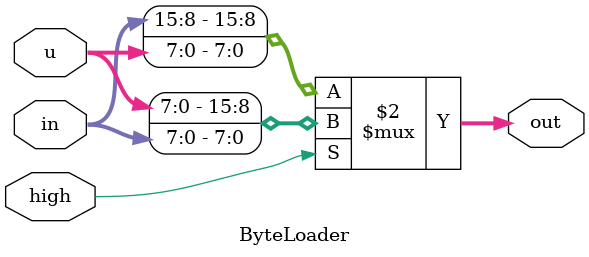
<source format=v>
/***********************
 * ECE552 Project Phase3
 * for LLB and LHB instructions
 *
 * Authors:
 * - Zhenghao Gu : design & implementation
 */
module ByteLoader(in, u, high, out);
    input[15:0] in; // 16bit input
    input[7:0] u; // the byte to be loaded
    input high; // if it's LHB
    output[15:0] out;

    assign out = high == 1'b1 ? {u, in[7:0]} : {in[15:8], u};
endmodule
</source>
